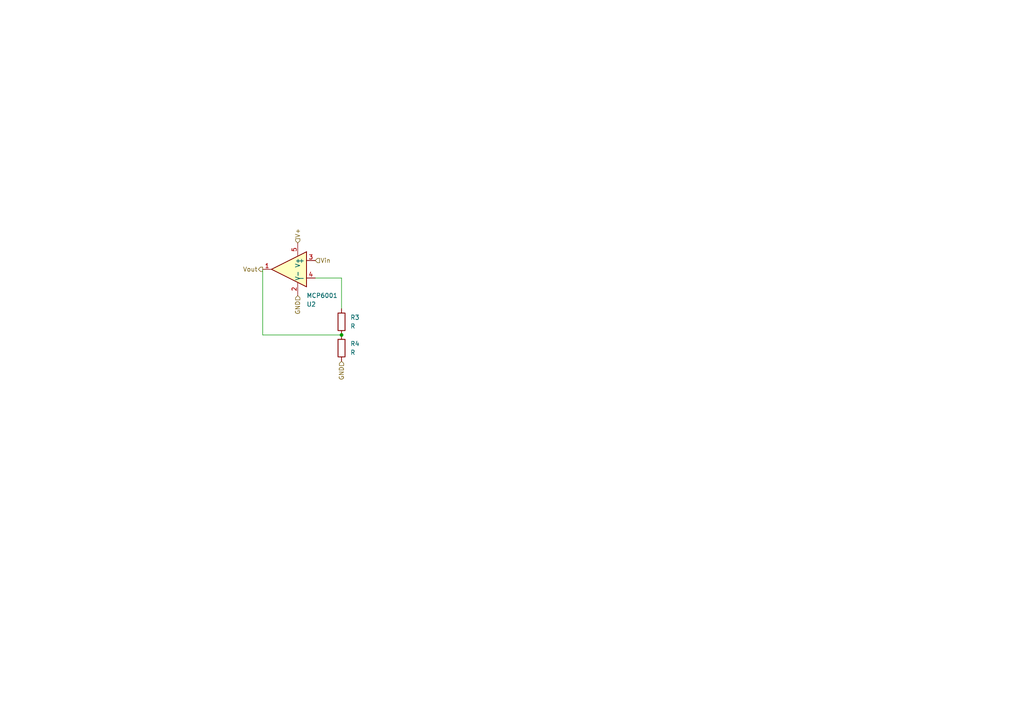
<source format=kicad_sch>
(kicad_sch (version 20211123) (generator eeschema)
  (paper "A4")
  (lib_symbols
    (symbol "Device:R" (pin_numbers hide) (pin_names (offset 0))
      (property "Reference" "R" (at 2.032 0 90))
      (property "Value" "R" (at 0 0 90))
      (symbol "R_0_1"
        (rectangle (start -1.016 -2.54) (end 1.016 2.54) (stroke (width 0.254)))
      )
      (symbol "R_1_1"
        (pin passive line (at 0 3.81 270) (length 1.27) (name "~") (number "1"))
        (pin passive line (at 0 -3.81 90) (length 1.27) (name "~") (number "2"))
      )
    )
    (symbol "formula:MCP6001"
      (property "Reference" "U" (at 0 5.08 0))
      (property "Value" "MCP6001" (at 0 -5.08 0))
      (symbol "MCP6001_0_1"
        (polyline (pts (xy -5.08 5.08) (xy 5.08 0) (xy -5.08 -5.08) (xy -5.08 5.08)) (stroke (width 0.254)) (fill (type background)))
        (pin power_in line (at -2.54 -7.62 90) (length 3.81) (name "V-") (number "2"))
        (pin power_in line (at -2.54 7.62 270) (length 3.81) (name "V+") (number "5"))
      )
      (symbol "MCP6001_1_1"
        (pin output line (at 7.62 0 180) (length 2.54) (name "~") (number "1"))
        (pin input line (at -7.62 2.54 0) (length 2.54) (name "+") (number "3"))
        (pin input line (at -7.62 -2.54 0) (length 2.54) (name "-") (number "4"))
      )
    )
  )
  (junction (at 99.06 97.155))
  (wire (pts (xy 76.2 97.155) (xy 99.06 97.155)))
  (wire (pts (xy 99.06 80.645) (xy 99.06 89.535)))
  (wire (pts (xy 76.2 78.105) (xy 76.2 97.155)))
  (wire (pts (xy 91.44 80.645) (xy 99.06 80.645)))
  (hierarchical_label "V+" (shape input) (at 86.36 70.485 90))
  (hierarchical_label "GND" (shape input) (at 99.06 104.775 270))
  (hierarchical_label "GND" (shape input) (at 86.36 85.725 270))
  (hierarchical_label "Vout" (shape output) (at 76.2 78.105 180))
  (hierarchical_label "Vin" (shape input) (at 91.44 75.565 0))
  (symbol (lib_id "Device:R") (at 99.06 93.345 0) (unit 1)
    (property "Reference" "R3" (at 101.6 92.0749 0) (effects (justify left)))
    (property "Value" "R" (at 101.6 94.6149 0) (effects (justify left)))
    (property "Footprint" "Resistor_SMD:R_0805_2012Metric" (effects hide))
  )
  (symbol (lib_id "formula:MCP6001") (at 83.82 78.105 0) (mirror y) (unit 1)
    (property "Reference" "U2" (at 88.9 88.265 0) (effects (justify right)))
    (property "Value" "MCP6001" (at 88.9 85.725 0) (effects (justify right)))
    (property "Footprint" "footprints:SOT-23-5_OEM" (effects hide))
    (property "Datasheet" "http://ww1.microchip.com/downloads/en/DeviceDoc/21733j.pdf" (effects hide))
    (property "MFN" "DK" (effects hide))
    (property "MPN" "MCP6001T-I/OTCT-ND" (effects hide))
    (property "PurchasingLink" "https://www.digikey.com/product-detail/en/microchip-technology/MCP6001T-I-OT/MCP6001T-I-OTCT-ND/697158" (effects hide))
  )
  (symbol (lib_id "Device:R") (at 99.06 100.965 0) (unit 1)
    (property "Reference" "R4" (at 101.6 99.6949 0) (effects (justify left)))
    (property "Value" "R" (at 101.6 102.2349 0) (effects (justify left)))
    (property "Footprint" "Resistor_SMD:R_0805_2012Metric" (effects hide))
  )
)
</source>
